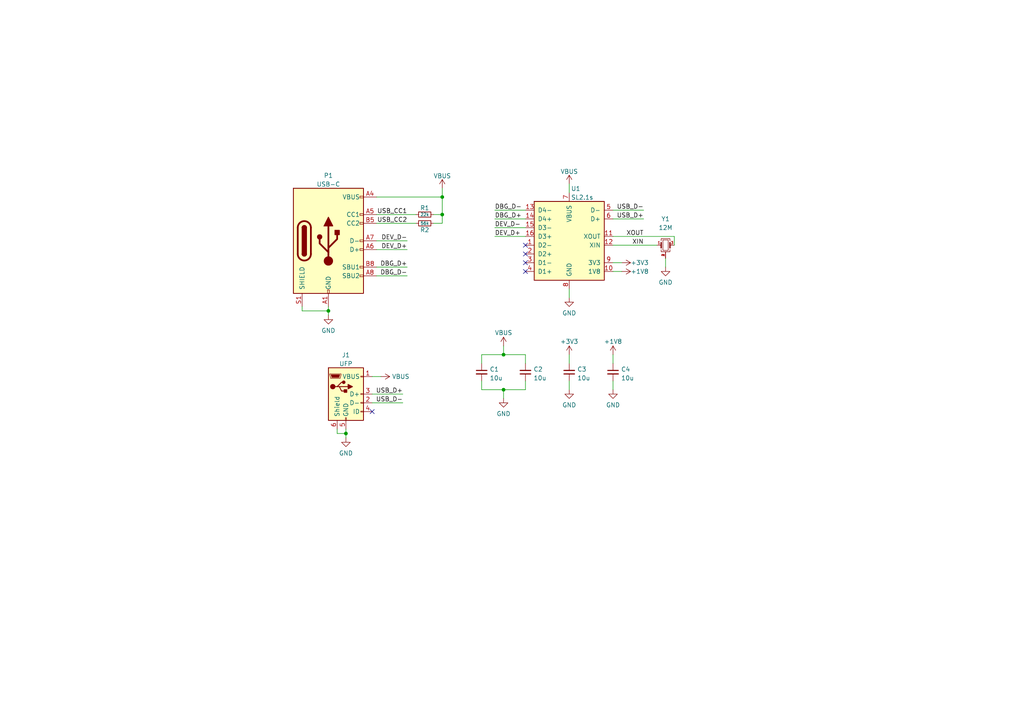
<source format=kicad_sch>
(kicad_sch (version 20211123) (generator eeschema)
  (paper "A4")
  (title_block (title "JLCPCB Design") (rev "1"))
  (lib_symbols
    (symbol "1_My_Symbols:SL2.1s" (pin_names (offset 1.016))
      (property "Reference" "U" (at -10.16 12.7 0))
      (property "Value" "SL2.1s" (at 1.27 -12.7 0))
      (symbol "SL2.1s_0_1"
        (rectangle (start -10.16 11.43) (end 10.16 -11.43) (stroke (width 0.254)) (fill (type background)))
      )
      (symbol "SL2.1s_1_1"
        (pin bidirectional line (at 12.7 -1.27 180) (length 2.54) (name "D2-") (number "1"))
        (pin power_out line (at -12.7 -8.89 0) (length 2.54) (name "1V8") (number "10"))
        (pin output line (at -12.7 1.27 0) (length 2.54) (name "XOUT") (number "11"))
        (pin input line (at -12.7 -1.27 0) (length 2.54) (name "XIN") (number "12"))
        (pin bidirectional line (at 12.7 8.89 180) (length 2.54) (name "D4-") (number "13"))
        (pin bidirectional line (at 12.7 6.35 180) (length 2.54) (name "D4+") (number "14"))
        (pin bidirectional line (at 12.7 3.81 180) (length 2.54) (name "D3-") (number "15"))
        (pin bidirectional line (at 12.7 1.27 180) (length 2.54) (name "D3+") (number "16"))
        (pin bidirectional line (at 12.7 -3.81 180) (length 2.54) (name "D2+") (number "2"))
        (pin bidirectional line (at 12.7 -6.35 180) (length 2.54) (name "D1-") (number "3"))
        (pin bidirectional line (at 12.7 -8.89 180) (length 2.54) (name "D1+") (number "4"))
        (pin bidirectional line (at -12.7 8.89 0) (length 2.54) (name "D-") (number "5"))
        (pin bidirectional line (at -12.7 6.35 0) (length 2.54) (name "D+") (number "6"))
        (pin power_in line (at 0 13.97 270) (length 2.54) (name "VBUS") (number "7"))
        (pin power_in line (at 0 -13.97 90) (length 2.54) (name "GND") (number "8"))
        (pin power_out line (at -12.7 -6.35 0) (length 2.54) (name "3V3") (number "9"))
      )
    )
    (symbol "1_My_Symbols:USB_C_Debug_Plug" (pin_names (offset 1.016))
      (property "Reference" "P" (at -10.16 19.05 0))
      (property "Value" "USB_C_Debug_Plug" (at 12.7 19.05 0))
      (symbol "USB_C_Debug_Plug_0_0"
        (rectangle (start -0.254 -15.24) (end 0.254 -14.224))
        (rectangle (start 10.16 -9.906) (end 9.144 -10.414))
        (rectangle (start 10.16 -7.366) (end 9.144 -7.874))
        (rectangle (start 10.16 -2.286) (end 9.144 -2.794))
        (rectangle (start 10.16 0.254) (end 9.144 -0.254))
        (rectangle (start 10.16 5.334) (end 9.144 4.826))
        (rectangle (start 10.16 7.874) (end 9.144 7.366))
        (rectangle (start 10.16 12.954) (end 9.144 12.446))
        (pin bidirectional line (at 13.97 -10.16 180) (length 3.81) (name "SBU2") (number "A8"))
        (pin bidirectional line (at 13.97 -7.62 180) (length 3.81) (name "SBU1") (number "B8"))
      )
      (symbol "USB_C_Debug_Plug_0_1"
        (rectangle (start -10.16 15.24) (end 10.16 -15.24) (stroke (width 0.254)) (fill (type background)))
        (arc (start -8.89 -3.81) (mid -6.985 -5.715) (end -5.08 -3.81) (stroke (width 0.508)))
        (arc (start -7.62 -3.81) (mid -6.985 -4.445) (end -6.35 -3.81) (stroke (width 0.254)))
        (arc (start -7.62 -3.81) (mid -6.985 -4.445) (end -6.35 -3.81) (stroke (width 0.254)) (fill (type outline)))
        (rectangle (start -7.62 -3.81) (end -6.35 3.81) (stroke (width 0.254)) (fill (type outline)))
        (arc (start -6.35 3.81) (mid -6.985 4.445) (end -7.62 3.81) (stroke (width 0.254)))
        (arc (start -6.35 3.81) (mid -6.985 4.445) (end -7.62 3.81) (stroke (width 0.254)) (fill (type outline)))
        (arc (start -5.08 3.81) (mid -6.985 5.715) (end -8.89 3.81) (stroke (width 0.508)))
        (circle (center -2.54 1.143) (radius 0.635) (stroke (width 0.254)) (fill (type outline)))
        (circle (center 0 -5.842) (radius 1.27) (fill (type outline)))
        (polyline (pts (xy -8.89 -3.81) (xy -8.89 3.81)) (stroke (width 0.508)))
        (polyline (pts (xy -5.08 3.81) (xy -5.08 -3.81)) (stroke (width 0.508)))
        (polyline (pts (xy 0 -5.842) (xy 0 4.318)) (stroke (width 0.508)))
        (polyline (pts (xy 0 -3.302) (xy -2.54 -0.762) (xy -2.54 0.508)) (stroke (width 0.508)))
        (polyline (pts (xy 0 -2.032) (xy 2.54 0.508) (xy 2.54 1.778)) (stroke (width 0.508)))
        (polyline (pts (xy -1.27 4.318) (xy 0 6.858) (xy 1.27 4.318) (xy -1.27 4.318)) (stroke (width 0.254)) (fill (type outline)))
        (rectangle (start 1.905 1.778) (end 3.175 3.048) (stroke (width 0.254)) (fill (type outline)))
      )
      (symbol "USB_C_Debug_Plug_1_1"
        (pin passive line (at 0 -19.05 90) (length 3.81) (name "GND") (number "A1"))
        (pin passive line (at 0 -19.05 90) (length 3.81) hide (name "GND") (number "A12"))
        (pin passive line (at 13.97 12.7 180) (length 3.81) (name "VBUS") (number "A4"))
        (pin bidirectional line (at 13.97 7.62 180) (length 3.81) (name "CC1") (number "A5"))
        (pin bidirectional line (at 13.97 -2.54 180) (length 3.81) (name "D+") (number "A6"))
        (pin bidirectional line (at 13.97 0 180) (length 3.81) (name "D-") (number "A7"))
        (pin passive line (at 13.97 12.7 180) (length 3.81) hide (name "VBUS") (number "A9"))
        (pin passive line (at 0 -19.05 90) (length 3.81) hide (name "GND") (number "B1"))
        (pin passive line (at 0 -19.05 90) (length 3.81) hide (name "GND") (number "B12"))
        (pin passive line (at 13.97 12.7 180) (length 3.81) hide (name "VBUS") (number "B4"))
        (pin bidirectional line (at 13.97 5.08 180) (length 3.81) (name "CC2") (number "B5"))
        (pin passive line (at 13.97 12.7 180) (length 3.81) hide (name "VBUS") (number "B9"))
        (pin passive line (at -7.62 -19.05 90) (length 3.81) (name "SHIELD") (number "S1"))
      )
    )
    (symbol "Connector:USB_B_Micro" (pin_names (offset 1.016))
      (property "Reference" "J" (at -5.08 11.43 0))
      (property "Value" "USB_B_Micro" (at -5.08 8.89 0))
      (symbol "USB_B_Micro_0_1"
        (rectangle (start -5.08 -7.62) (end 5.08 7.62) (stroke (width 0.254)) (fill (type background)))
        (circle (center -3.81 2.159) (radius 0.635) (stroke (width 0.254)) (fill (type outline)))
        (circle (center -0.635 3.429) (radius 0.381) (stroke (width 0.254)) (fill (type outline)))
        (rectangle (start -0.127 -7.62) (end 0.127 -6.858))
        (polyline (pts (xy -1.905 2.159) (xy 0.635 2.159)) (stroke (width 0.254)))
        (polyline (pts (xy -3.175 2.159) (xy -2.54 2.159) (xy -1.27 3.429) (xy -0.635 3.429)) (stroke (width 0.254)))
        (polyline (pts (xy -2.54 2.159) (xy -1.905 2.159) (xy -1.27 0.889) (xy 0 0.889)) (stroke (width 0.254)))
        (polyline (pts (xy 0.635 2.794) (xy 0.635 1.524) (xy 1.905 2.159) (xy 0.635 2.794)) (stroke (width 0.254)) (fill (type outline)))
        (polyline (pts (xy -4.318 5.588) (xy -1.778 5.588) (xy -2.032 4.826) (xy -4.064 4.826) (xy -4.318 5.588)) (fill (type outline)))
        (polyline (pts (xy -4.699 5.842) (xy -4.699 5.588) (xy -4.445 4.826) (xy -4.445 4.572) (xy -1.651 4.572) (xy -1.651 4.826) (xy -1.397 5.588) (xy -1.397 5.842) (xy -4.699 5.842)))
        (rectangle (start 0.254 1.27) (end -0.508 0.508) (stroke (width 0.254)) (fill (type outline)))
        (rectangle (start 5.08 -5.207) (end 4.318 -4.953))
        (rectangle (start 5.08 -2.667) (end 4.318 -2.413))
        (rectangle (start 5.08 -0.127) (end 4.318 0.127))
        (rectangle (start 5.08 4.953) (end 4.318 5.207))
      )
      (symbol "USB_B_Micro_1_1"
        (pin power_out line (at 7.62 5.08 180) (length 2.54) (name "VBUS") (number "1"))
        (pin bidirectional line (at 7.62 -2.54 180) (length 2.54) (name "D-") (number "2"))
        (pin bidirectional line (at 7.62 0 180) (length 2.54) (name "D+") (number "3"))
        (pin passive line (at 7.62 -5.08 180) (length 2.54) (name "ID") (number "4"))
        (pin power_out line (at 0 -10.16 90) (length 2.54) (name "GND") (number "5"))
        (pin passive line (at -2.54 -10.16 90) (length 2.54) (name "Shield") (number "6"))
      )
    )
    (symbol "Device:C_Small" (pin_numbers hide) (pin_names (offset 0.254) hide)
      (property "Reference" "C" (at 0.254 1.778 0))
      (property "Value" "C_Small" (at 0.254 -2.032 0))
      (symbol "C_Small_0_1"
        (polyline (pts (xy -1.524 -0.508) (xy 1.524 -0.508)) (stroke (width 0.3302)))
        (polyline (pts (xy -1.524 0.508) (xy 1.524 0.508)) (stroke (width 0.3048)))
      )
      (symbol "C_Small_1_1"
        (pin passive line (at 0 2.54 270) (length 2.032) (name "~") (number "1"))
        (pin passive line (at 0 -2.54 90) (length 2.032) (name "~") (number "2"))
      )
    )
    (symbol "Device:Crystal_GND24_Small" (pin_names (offset 1.016) hide)
      (property "Reference" "Y1" (at 3.81 1.905 0))
      (property "Value" "12M" (at 3.81 -1.905 0))
      (symbol "Crystal_GND24_Small_0_1"
        (rectangle (start -0.762 -1.524) (end 0.762 1.524))
        (polyline (pts (xy -1.27 -0.762) (xy -1.27 0.762)) (stroke (width 0.381)))
        (polyline (pts (xy 1.27 -0.762) (xy 1.27 0.762)) (stroke (width 0.381)))
        (polyline (pts (xy -1.27 -1.27) (xy -1.27 -1.905) (xy 1.27 -1.905) (xy 1.27 -1.27)))
        (polyline (pts (xy -1.27 1.27) (xy -1.27 1.905) (xy 1.27 1.905) (xy 1.27 1.27)))
      )
      (symbol "Crystal_GND24_Small_1_1"
        (pin passive line (at -2.54 0 0) (length 1.27) (name "1") (number "1"))
        (pin passive line (at 0 -3.81 90) (length 1.92) (name "2") (number "2"))
        (pin passive line (at 2.54 0 180) (length 1.27) (name "3") (number "3"))
        (pin passive line (at 0 -3.81 90) (length 1.92) (name "4") (number "4"))
      )
    )
    (symbol "Device:R_Small" (pin_numbers hide) (pin_names (offset 0.254) hide)
      (property "Reference" "R" (at 0.762 0.508 0))
      (property "Value" "R_Small" (at 0.762 -1.016 0))
      (symbol "R_Small_0_1"
        (rectangle (start -0.762 1.778) (end 0.762 -1.778) (stroke (width 0.2032)))
      )
      (symbol "R_Small_1_1"
        (pin passive line (at 0 2.54 270) (length 0.762) (name "~") (number "1"))
        (pin passive line (at 0 -2.54 90) (length 0.762) (name "~") (number "2"))
      )
    )
    (symbol "power:+1V8" (power) (pin_names (offset 0))
      (property "Value" "+1V8" (at 0 3.556 0))
      (symbol "+1V8_0_1"
        (polyline (pts (xy -0.762 1.27) (xy 0 2.54)))
        (polyline (pts (xy 0 0) (xy 0 2.54)))
        (polyline (pts (xy 0 2.54) (xy 0.762 1.27)))
      )
      (symbol "+1V8_1_1"
        (pin power_in line (at 0 0 90) (length 0) hide (name "+1V8") (number "1"))
      )
    )
    (symbol "power:+3V3" (power) (pin_names (offset 0))
      (property "Value" "+3V3" (at 0 3.556 0))
      (symbol "+3V3_0_1"
        (polyline (pts (xy -0.762 1.27) (xy 0 2.54)))
        (polyline (pts (xy 0 0) (xy 0 2.54)))
        (polyline (pts (xy 0 2.54) (xy 0.762 1.27)))
      )
      (symbol "+3V3_1_1"
        (pin power_in line (at 0 0 90) (length 0) hide (name "+3V3") (number "1"))
      )
    )
    (symbol "power:GND" (power) (pin_names (offset 0))
      (property "Value" "GND" (at 0 -3.81 0))
      (symbol "GND_0_1"
        (polyline (pts (xy 0 0) (xy 0 -1.27) (xy 1.27 -1.27) (xy 0 -2.54) (xy -1.27 -1.27) (xy 0 -1.27)))
      )
      (symbol "GND_1_1"
        (pin power_in line (at 0 0 270) (length 0) hide (name "GND") (number "1"))
      )
    )
    (symbol "power:VBUS" (power) (pin_names (offset 0))
      (property "Value" "VBUS" (at 0 3.81 0))
      (symbol "VBUS_0_1"
        (polyline (pts (xy -0.762 1.27) (xy 0 2.54)))
        (polyline (pts (xy 0 0) (xy 0 2.54)))
        (polyline (pts (xy 0 2.54) (xy 0.762 1.27)))
      )
      (symbol "VBUS_1_1"
        (pin power_in line (at 0 0 90) (length 0) hide (name "VBUS") (number "1"))
      )
    )
  )
  (junction (at 128.27 57.15))
  (junction (at 146.05 113.03))
  (junction (at 128.27 62.23))
  (junction (at 95.25 90.17))
  (junction (at 100.33 125.73))
  (junction (at 146.05 102.87))
  (no_connect (at 107.95 119.38))
  (no_connect (at 152.4 71.12))
  (no_connect (at 152.4 73.66))
  (no_connect (at 152.4 76.2))
  (no_connect (at 152.4 78.74))
  (wire (pts (xy 107.95 116.84) (xy 116.84 116.84)))
  (wire (pts (xy 193.04 74.93) (xy 193.04 77.47)))
  (wire (pts (xy 177.8 110.49) (xy 177.8 113.03)))
  (wire (pts (xy 109.22 80.01) (xy 118.11 80.01)))
  (wire (pts (xy 139.7 102.87) (xy 139.7 105.41)))
  (wire (pts (xy 125.73 64.77) (xy 128.27 64.77)))
  (wire (pts (xy 177.8 60.96) (xy 186.69 60.96)))
  (wire (pts (xy 107.95 109.22) (xy 110.49 109.22)))
  (wire (pts (xy 165.1 53.34) (xy 165.1 55.88)))
  (wire (pts (xy 152.4 60.96) (xy 143.51 60.96)))
  (wire (pts (xy 139.7 113.03) (xy 139.7 110.49)))
  (wire (pts (xy 146.05 102.87) (xy 139.7 102.87)))
  (wire (pts (xy 109.22 72.39) (xy 118.11 72.39)))
  (wire (pts (xy 152.4 63.5) (xy 143.51 63.5)))
  (wire (pts (xy 152.4 66.04) (xy 143.51 66.04)))
  (wire (pts (xy 177.8 68.58) (xy 195.58 68.58)))
  (wire (pts (xy 177.8 71.12) (xy 190.5 71.12)))
  (wire (pts (xy 128.27 62.23) (xy 128.27 57.15)))
  (wire (pts (xy 100.33 124.46) (xy 100.33 125.73)))
  (wire (pts (xy 125.73 62.23) (xy 128.27 62.23)))
  (wire (pts (xy 165.1 102.87) (xy 165.1 105.41)))
  (wire (pts (xy 195.58 71.12) (xy 195.58 68.58)))
  (wire (pts (xy 87.63 90.17) (xy 95.25 90.17)))
  (wire (pts (xy 152.4 102.87) (xy 152.4 105.41)))
  (wire (pts (xy 109.22 69.85) (xy 118.11 69.85)))
  (wire (pts (xy 95.25 90.17) (xy 95.25 91.44)))
  (wire (pts (xy 146.05 102.87) (xy 146.05 100.33)))
  (wire (pts (xy 97.79 125.73) (xy 100.33 125.73)))
  (wire (pts (xy 146.05 113.03) (xy 139.7 113.03)))
  (wire (pts (xy 109.22 64.77) (xy 120.65 64.77)))
  (wire (pts (xy 109.22 77.47) (xy 118.11 77.47)))
  (wire (pts (xy 152.4 113.03) (xy 146.05 113.03)))
  (wire (pts (xy 177.8 78.74) (xy 180.34 78.74)))
  (wire (pts (xy 128.27 54.61) (xy 128.27 57.15)))
  (wire (pts (xy 152.4 68.58) (xy 143.51 68.58)))
  (wire (pts (xy 109.22 62.23) (xy 120.65 62.23)))
  (wire (pts (xy 165.1 83.82) (xy 165.1 86.36)))
  (wire (pts (xy 177.8 102.87) (xy 177.8 105.41)))
  (wire (pts (xy 97.79 124.46) (xy 97.79 125.73)))
  (wire (pts (xy 177.8 76.2) (xy 180.34 76.2)))
  (wire (pts (xy 152.4 110.49) (xy 152.4 113.03)))
  (wire (pts (xy 146.05 113.03) (xy 146.05 115.57)))
  (wire (pts (xy 100.33 125.73) (xy 100.33 127)))
  (wire (pts (xy 146.05 102.87) (xy 152.4 102.87)))
  (wire (pts (xy 87.63 88.9) (xy 87.63 90.17)))
  (wire (pts (xy 177.8 63.5) (xy 186.69 63.5)))
  (wire (pts (xy 109.22 57.15) (xy 128.27 57.15)))
  (wire (pts (xy 95.25 88.9) (xy 95.25 90.17)))
  (wire (pts (xy 128.27 64.77) (xy 128.27 62.23)))
  (wire (pts (xy 165.1 110.49) (xy 165.1 113.03)))
  (wire (pts (xy 107.95 114.3) (xy 116.84 114.3)))
  (label "USB_D+" (at 116.84 114.3 180))
  (label "XIN" (at 186.69 71.12 180))
  (label "DEV_D+" (at 118.11 72.39 180))
  (label "USB_CC1" (at 118.11 62.23 180))
  (label "DBG_D+" (at 143.51 63.5 0))
  (label "DEV_D-" (at 143.51 66.04 0))
  (label "DEV_D+" (at 143.51 68.58 0))
  (label "DBG_D-" (at 118.11 80.01 180))
  (label "XOUT" (at 186.69 68.58 180))
  (label "DBG_D+" (at 118.11 77.47 180))
  (label "DEV_D-" (at 118.11 69.85 180))
  (label "USB_CC2" (at 118.11 64.77 180))
  (label "USB_D-" (at 116.84 116.84 180))
  (label "DBG_D-" (at 143.51 60.96 0))
  (label "USB_D-" (at 186.69 60.96 180))
  (label "USB_D+" (at 186.69 63.5 180))
  (symbol (lib_id "power:GND") (at 95.25 91.44 0) (unit 1)
    (property "Reference" "#PWR07" (effects hide))
    (property "Value" "GND" (at 95.25 95.8834 0))
  )
  (symbol (lib_id "power:+1V8") (at 177.8 102.87 0) (unit 1)
    (property "Reference" "#PWR010" (effects hide))
    (property "Value" "+1V8" (at 177.8 99.06 0))
  )
  (symbol (lib_id "power:+3V3") (at 165.1 102.87 0) (unit 1)
    (property "Reference" "#PWR09" (effects hide))
    (property "Value" "+3V3" (at 165.1 99.06 0))
  )
  (symbol (lib_id "power:+3V3") (at 180.34 76.2 270) (unit 1)
    (property "Reference" "#PWR03" (effects hide))
    (property "Value" "+3V3" (at 182.88 76.2 90) (effects (justify left)))
  )
  (symbol (lib_id "power:GND") (at 100.33 127 0) (unit 1)
    (property "Reference" "#PWR015" (effects hide))
    (property "Value" "GND" (at 100.33 131.4434 0))
  )
  (symbol (lib_id "power:GND") (at 165.1 113.03 0) (unit 1)
    (property "Reference" "#PWR012" (effects hide))
    (property "Value" "GND" (at 165.1 117.4734 0))
  )
  (symbol (lib_id "power:VBUS") (at 128.27 54.61 0) (unit 1)
    (property "Reference" "#PWR02" (effects hide))
    (property "Value" "VBUS" (at 128.27 51.0342 0))
  )
  (symbol (lib_id "power:GND") (at 193.04 77.47 0) (unit 1)
    (property "Reference" "#PWR04" (effects hide))
    (property "Value" "GND" (at 193.04 81.9134 0))
  )
  (symbol (lib_id "Device:C_Small") (at 165.1 107.95 180) (unit 1)
    (property "Reference" "C3" (at 167.4241 107.1089 0) (effects (justify right)))
    (property "Value" "10u" (at 167.4241 109.6458 0) (effects (justify right)))
    (property "Footprint" "Capacitor_SMD:C_0603_1608Metric" (effects hide))
  )
  (symbol (lib_id "Device:Crystal_GND24_Small") (at 193.04 71.12 0) (unit 1)
    (property "Reference" "Y1" (at 193.04 63.5 0))
    (property "Value" "12M" (at 193.04 66.04 0))
    (property "Footprint" "Crystal:Crystal_SMD_2520-4Pin_2.5x2.0mm" (effects hide))
    (property "LCSC" "C9002" (effects hide))
  )
  (symbol (lib_id "Device:C_Small") (at 177.8 107.95 0) (unit 1)
    (property "Reference" "C4" (at 180.1241 107.1216 0) (effects (justify left)))
    (property "Value" "10u" (at 180.1241 109.6585 0) (effects (justify left)))
    (property "Footprint" "Capacitor_SMD:C_0603_1608Metric" (effects hide))
  )
  (symbol (lib_id "power:GND") (at 177.8 113.03 0) (unit 1)
    (property "Reference" "#PWR013" (effects hide))
    (property "Value" "GND" (at 177.8 117.4734 0))
  )
  (symbol (lib_id "Device:C_Small") (at 152.4 107.95 180) (unit 1)
    (property "Reference" "C2" (at 154.7241 107.1089 0) (effects (justify right)))
    (property "Value" "10u" (at 154.7241 109.6458 0) (effects (justify right)))
    (property "Footprint" "Capacitor_SMD:C_0603_1608Metric" (effects hide))
  )
  (symbol (lib_id "power:GND") (at 165.1 86.36 0) (unit 1)
    (property "Reference" "#PWR06" (effects hide))
    (property "Value" "GND" (at 165.1 90.8034 0))
  )
  (symbol (lib_id "Device:R_Small") (at 123.19 64.77 270) (unit 1)
    (property "Reference" "R2" (at 123.19 66.675 90))
    (property "Value" "56k" (at 123.19 64.77 90) (effects (font (size 0.889 0.889))))
    (property "Footprint" "Resistor_SMD:R_0603_1608Metric" (effects hide))
  )
  (symbol (lib_id "power:GND") (at 146.05 115.57 0) (unit 1)
    (property "Reference" "#PWR014" (effects hide))
    (property "Value" "GND" (at 146.05 120.0134 0))
  )
  (symbol (lib_id "power:VBUS") (at 146.05 100.33 0) (unit 1)
    (property "Reference" "#PWR08" (effects hide))
    (property "Value" "VBUS" (at 146.05 96.52 0))
  )
  (symbol (lib_id "Device:R_Small") (at 123.19 62.23 270) (unit 1)
    (property "Reference" "R1" (at 123.19 60.325 90))
    (property "Value" "22k" (at 123.19 62.23 90) (effects (font (size 0.889 0.889))))
    (property "Footprint" "Resistor_SMD:R_0603_1608Metric" (effects hide))
  )
  (symbol (lib_id "power:+1V8") (at 180.34 78.74 270) (unit 1)
    (property "Reference" "#PWR05" (effects hide))
    (property "Value" "+1V8" (at 182.88 78.74 90) (effects (justify left)))
  )
  (symbol (lib_id "power:VBUS") (at 165.1 53.34 0) (unit 1)
    (property "Reference" "#PWR01" (effects hide))
    (property "Value" "VBUS" (at 165.1 49.7642 0))
  )
  (symbol (lib_id "1_My_Symbols:USB_C_Debug_Plug") (at 95.25 69.85 0) (unit 1)
    (property "Reference" "P1" (at 95.25 50.9102 0))
    (property "Value" "USB-C" (at 95.25 53.4471 0))
    (property "Footprint" "10-My-Footprints:USB_C_Plug_Xunpu_TYPEC-950-ARP24" (effects hide))
  )
  (symbol (lib_id "1_My_Symbols:SL2.1s") (at 165.1 69.85 0) (mirror y) (unit 1)
    (property "Reference" "U1" (at 165.6206 54.7202 0) (effects (justify right)))
    (property "Value" "SL2.1s" (at 165.6206 57.2571 0) (effects (justify right)))
    (property "Footprint" "11-My-Edits:SSOP-16_4.6x26.mm_P0.53mm" (effects hide))
    (property "LCSC" "C2684433" (effects hide))
  )
  (symbol (lib_id "power:VBUS") (at 110.49 109.22 270) (unit 1)
    (property "Reference" "#PWR011" (effects hide))
    (property "Value" "VBUS" (at 113.665 109.22 90) (effects (justify left)))
  )
  (symbol (lib_id "Device:C_Small") (at 139.7 107.95 0) (unit 1)
    (property "Reference" "C1" (at 142.0241 107.1216 0) (effects (justify left)))
    (property "Value" "10u" (at 142.0241 109.6585 0) (effects (justify left)))
    (property "Footprint" "Capacitor_SMD:C_0603_1608Metric" (effects hide))
  )
  (symbol (lib_id "Connector:USB_B_Micro") (at 100.33 114.3 0) (unit 1)
    (property "Reference" "J1" (at 100.33 102.9802 0))
    (property "Value" "UFP" (at 100.33 105.5171 0))
    (property "Footprint" "11-My-Edits:Micro-USB_Xunpu-MU-109-ARY-C720609_AndVariants" (effects hide))
  )
)
</source>
